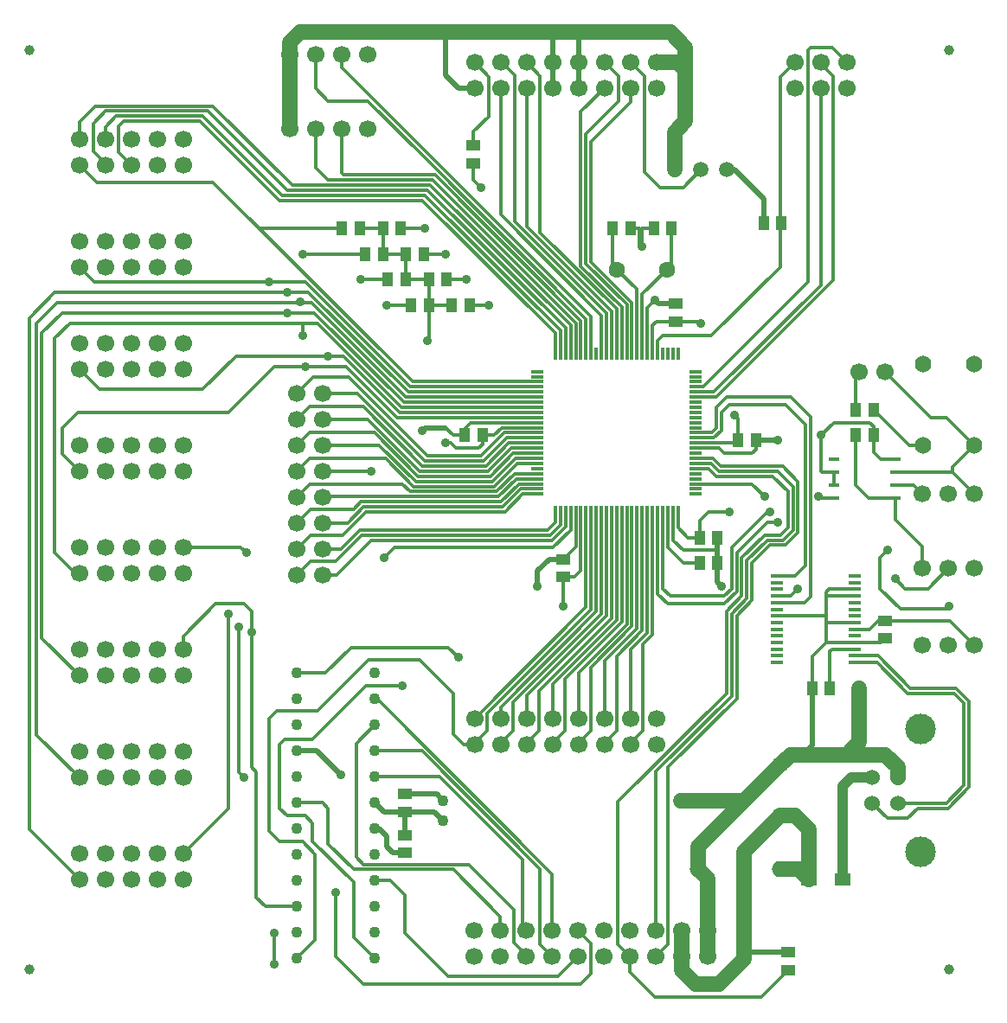
<source format=gtl>
%FSLAX25Y25*%
%MOIN*%
G70*
G01*
G75*
G04 Layer_Physical_Order=1*
G04 Layer_Color=255*
%ADD10R,0.04331X0.05512*%
%ADD11R,0.05512X0.04331*%
%ADD12R,0.05906X0.05000*%
%ADD13R,0.03937X0.01575*%
%ADD14R,0.04724X0.01181*%
%ADD15R,0.01181X0.04724*%
%ADD16R,0.04921X0.01181*%
%ADD17C,0.01181*%
%ADD18C,0.05906*%
%ADD19C,0.01969*%
%ADD20C,0.03937*%
%ADD21C,0.04331*%
%ADD22C,0.11811*%
%ADD23C,0.06000*%
%ADD24C,0.06693*%
%ADD25C,0.05906*%
%ADD26C,0.06299*%
%ADD27O,0.06299X0.06535*%
%ADD28O,0.06535X0.06299*%
%ADD29C,0.03937*%
%ADD30C,0.03543*%
D10*
X359744Y501968D02*
D03*
X352854D02*
D03*
X368602Y492126D02*
D03*
X361713D02*
D03*
X354823Y482283D02*
D03*
X361713D02*
D03*
X363681Y472441D02*
D03*
X370571D02*
D03*
X386319Y472441D02*
D03*
X379429D02*
D03*
X377461Y482283D02*
D03*
X370571D02*
D03*
X345965Y492126D02*
D03*
X352854D02*
D03*
X337106Y501968D02*
D03*
X343996D02*
D03*
X489665Y420276D02*
D03*
X496555D02*
D03*
X534941Y432087D02*
D03*
X541831D02*
D03*
X541831Y422244D02*
D03*
X534941D02*
D03*
X499508Y503937D02*
D03*
X506398D02*
D03*
X464075Y501968D02*
D03*
X457185D02*
D03*
X441437D02*
D03*
X448327D02*
D03*
X525098Y324803D02*
D03*
X518209D02*
D03*
X481791Y373031D02*
D03*
X474902D02*
D03*
X391240Y422244D02*
D03*
X384350D02*
D03*
X481791Y382874D02*
D03*
X474902D02*
D03*
D11*
X361221Y283957D02*
D03*
Y277067D02*
D03*
X361221Y268209D02*
D03*
Y261319D02*
D03*
X465551Y472933D02*
D03*
Y466043D02*
D03*
X387795Y527067D02*
D03*
Y533957D02*
D03*
X508858Y222933D02*
D03*
Y216043D02*
D03*
X422244Y367618D02*
D03*
Y374508D02*
D03*
X546260Y350886D02*
D03*
Y343996D02*
D03*
D12*
X517126Y250984D02*
D03*
X530118D02*
D03*
D13*
X550197Y413012D02*
D03*
Y403012D02*
D03*
Y408012D02*
D03*
Y398012D02*
D03*
X526575D02*
D03*
Y408012D02*
D03*
Y403012D02*
D03*
Y413012D02*
D03*
D14*
X473425Y399606D02*
D03*
Y401575D02*
D03*
Y403543D02*
D03*
Y405512D02*
D03*
Y407480D02*
D03*
Y409449D02*
D03*
Y411417D02*
D03*
Y413386D02*
D03*
Y415354D02*
D03*
Y417323D02*
D03*
Y419291D02*
D03*
Y421260D02*
D03*
Y423228D02*
D03*
Y425197D02*
D03*
Y427165D02*
D03*
Y429134D02*
D03*
Y431102D02*
D03*
Y433071D02*
D03*
Y435039D02*
D03*
Y437008D02*
D03*
Y438976D02*
D03*
Y440945D02*
D03*
Y442913D02*
D03*
Y444882D02*
D03*
Y446850D02*
D03*
X412402D02*
D03*
Y444882D02*
D03*
Y442913D02*
D03*
Y440945D02*
D03*
Y438976D02*
D03*
Y437008D02*
D03*
Y435039D02*
D03*
Y433071D02*
D03*
Y431102D02*
D03*
Y429134D02*
D03*
Y427165D02*
D03*
Y425197D02*
D03*
Y423228D02*
D03*
Y421260D02*
D03*
Y419291D02*
D03*
Y417323D02*
D03*
Y415354D02*
D03*
Y413386D02*
D03*
Y411417D02*
D03*
Y409449D02*
D03*
Y407480D02*
D03*
Y405512D02*
D03*
Y403543D02*
D03*
Y401575D02*
D03*
Y399606D02*
D03*
D15*
X466535Y453740D02*
D03*
X464567D02*
D03*
X462598D02*
D03*
X460630D02*
D03*
X458661D02*
D03*
X456693D02*
D03*
X454724D02*
D03*
X452756D02*
D03*
X450787D02*
D03*
X448819D02*
D03*
X446850D02*
D03*
X444882D02*
D03*
X442913D02*
D03*
X440945D02*
D03*
X438976D02*
D03*
X437008D02*
D03*
X435039D02*
D03*
X433071D02*
D03*
X431102D02*
D03*
X429134D02*
D03*
X427165D02*
D03*
X425197D02*
D03*
X423228D02*
D03*
X421260D02*
D03*
X419291D02*
D03*
Y392717D02*
D03*
X421260D02*
D03*
X423228D02*
D03*
X425197D02*
D03*
X427165D02*
D03*
X429134D02*
D03*
X431102D02*
D03*
X433071D02*
D03*
X435039D02*
D03*
X437008D02*
D03*
X438976D02*
D03*
X440945D02*
D03*
X442913D02*
D03*
X444882D02*
D03*
X446850D02*
D03*
X448819D02*
D03*
X450787D02*
D03*
X452756D02*
D03*
X454724D02*
D03*
X456693D02*
D03*
X458661D02*
D03*
X460630D02*
D03*
X462598D02*
D03*
X464567D02*
D03*
X466535D02*
D03*
D16*
X534744Y368012D02*
D03*
Y365453D02*
D03*
Y360335D02*
D03*
Y362894D02*
D03*
Y352658D02*
D03*
Y355217D02*
D03*
Y357776D02*
D03*
Y339862D02*
D03*
Y337303D02*
D03*
Y334744D02*
D03*
Y344980D02*
D03*
Y342421D02*
D03*
Y347539D02*
D03*
Y350098D02*
D03*
X504626D02*
D03*
Y347539D02*
D03*
Y342421D02*
D03*
Y344980D02*
D03*
Y334744D02*
D03*
Y337303D02*
D03*
Y339862D02*
D03*
Y357776D02*
D03*
Y355217D02*
D03*
Y352658D02*
D03*
Y362894D02*
D03*
Y360335D02*
D03*
Y365453D02*
D03*
Y368012D02*
D03*
D17*
X232283Y465551D02*
X321850D01*
X360728Y482283D02*
X369587D01*
X370079Y458661D02*
X370571Y459154D01*
Y482283D01*
X361713Y482283D02*
Y492126D01*
X352854Y492126D02*
Y501968D01*
X343996Y501968D02*
X352854D01*
X352854Y492126D02*
X361713D01*
X370571Y472441D02*
X379429D01*
X322835Y448819D02*
X338781D01*
X311024D02*
X322835D01*
X393701Y472441D02*
X393701Y472441D01*
X386319Y472441D02*
X393701D01*
X331693Y452756D02*
X337628D01*
X296260D02*
X331693D01*
X354331Y472441D02*
X354331Y472441D01*
X363681D01*
X321850Y465551D02*
X327616D01*
X321850Y460630D02*
Y465551D01*
X315945Y469488D02*
X326463D01*
X229331D02*
X315945D01*
X384842Y482283D02*
X384842Y482283D01*
X376476Y482283D02*
X384842D01*
X344488Y482283D02*
X344488Y482283D01*
X353839D01*
X327616Y465551D02*
X360096Y433071D01*
X226378Y459646D02*
X232283Y465551D01*
X326463Y469488D02*
X360912Y435039D01*
X221457Y461614D02*
X229331Y469488D01*
X227362Y473425D02*
X325310D01*
X219488Y465551D02*
X227362Y473425D01*
X325310D02*
X361727Y437008D01*
X376969Y492126D02*
X376969Y492126D01*
X368602Y492126D02*
X376969D01*
X315945Y477362D02*
X324157D01*
X226378D02*
X315945D01*
X321850Y492126D02*
X321850Y492126D01*
X345965D01*
X309055Y481299D02*
X323004D01*
X241732D02*
X309055D01*
X369094Y501968D02*
X369094Y501968D01*
X359744Y501968D02*
X369094D01*
X287402Y519685D02*
X364173Y442913D01*
X305118Y501968D02*
X337106D01*
X358466Y429134D02*
X412402D01*
X359281Y431102D02*
X412402D01*
X360096Y433071D02*
X412402D01*
X360912Y435039D02*
X412402D01*
X361727Y437008D02*
X412402D01*
X362543Y438976D02*
X412402D01*
X363358Y440945D02*
X412402D01*
X338781Y448819D02*
X358466Y429134D01*
X337628Y452756D02*
X359281Y431102D01*
X324157Y477362D02*
X362543Y438976D01*
X323004Y481299D02*
X363358Y440945D01*
X364173Y442913D02*
X412402D01*
X242717Y519685D02*
X287402D01*
X371063Y518701D02*
X425197Y464567D01*
X317913Y518701D02*
X371063D01*
X370079Y516732D02*
X423228Y463583D01*
X315945Y516732D02*
X370079D01*
X369094Y514764D02*
X421260Y462598D01*
X313976Y514764D02*
X369094D01*
X417323Y463583D02*
Y463583D01*
X368110Y512795D02*
X417323Y463583D01*
X312992Y512795D02*
X368110D01*
X372047Y520669D02*
X427165Y465551D01*
X372863Y522638D02*
X429134Y466366D01*
X367969Y530315D02*
X431102Y467182D01*
X336929Y564139D02*
X433071Y467997D01*
X421260Y453740D02*
Y462598D01*
X423228Y453740D02*
Y463583D01*
X425197Y453740D02*
Y464567D01*
X427165Y453740D02*
Y465551D01*
X429134Y453740D02*
Y466366D01*
X431102Y453740D02*
Y467182D01*
X433071Y453740D02*
Y467997D01*
X359730Y522638D02*
X372863D01*
X359730Y522638D02*
X359730Y522638D01*
X337598Y522638D02*
X359730D01*
X360545Y520669D02*
X372047D01*
X360545Y520669D02*
X360545Y520669D01*
X336929Y523307D02*
X337598Y522638D01*
X331693Y520669D02*
X360545D01*
X326929Y525433D02*
X331693Y520669D01*
X287402Y549213D02*
X317913Y518701D01*
X285433Y547244D02*
X315945Y516732D01*
X283465Y545276D02*
X313976Y514764D01*
X282480Y543307D02*
X312992Y512795D01*
X509941Y360335D02*
X512795Y363189D01*
X504626Y360335D02*
X509941D01*
X387795Y520669D02*
X390748Y517717D01*
X387795Y520669D02*
Y527067D01*
X448228Y566024D02*
X453504Y560748D01*
Y554067D02*
Y560748D01*
Y554067D02*
X453588Y553982D01*
Y523774D02*
Y553982D01*
Y523774D02*
X459646Y517717D01*
X468504D01*
X475394Y524606D01*
X387795Y533957D02*
Y539370D01*
X393504Y545079D01*
Y557980D01*
X393701Y558177D01*
Y560551D01*
X388228Y566024D02*
X393701Y560551D01*
X342520Y259842D02*
X345472Y256890D01*
X342520Y303465D02*
X349646Y310591D01*
X342520Y259842D02*
Y303465D01*
X346457Y325787D02*
X360236D01*
X325787Y305118D02*
X346457Y325787D01*
X379921Y307087D02*
X383937Y303071D01*
X327756Y315945D02*
X347441Y335630D01*
X379921Y307087D02*
Y322835D01*
X367126Y335630D02*
X379921Y322835D01*
X347441Y335630D02*
X367126D01*
X319646Y330591D02*
X330591D01*
X377953Y340551D02*
X381890Y336614D01*
X340551Y340551D02*
X377953D01*
X330591Y330591D02*
X340551Y340551D01*
X314961Y305118D02*
X325787D01*
X312992Y303150D02*
X314961Y305118D01*
X312992Y278543D02*
Y303150D01*
Y278543D02*
X315945Y275590D01*
X322835D01*
X312008Y315945D02*
X327756D01*
X312992Y265748D02*
X321850D01*
X309055Y312992D02*
X312008Y315945D01*
X309055Y269685D02*
Y312992D01*
Y269685D02*
X312992Y265748D01*
X325787D02*
X341535Y250000D01*
X322835Y275590D02*
X325787Y272638D01*
Y265748D02*
Y272638D01*
X331693Y264764D02*
X341535Y254921D01*
X331693Y264764D02*
Y278543D01*
X329646Y280591D02*
X331693Y278543D01*
X319646Y280591D02*
X329646D01*
X341535Y228701D02*
Y250000D01*
Y228701D02*
X349646Y220590D01*
X383937Y303071D02*
X388228D01*
X321850Y265748D02*
X326772Y260827D01*
Y227716D02*
Y260827D01*
X319646Y220590D02*
X326772Y227716D01*
X498524Y205709D02*
X508858Y216043D01*
X457677Y205709D02*
X498524D01*
X448071Y215315D02*
X457677Y205709D01*
X448071Y215315D02*
Y221378D01*
X443347Y280945D02*
X485236Y322835D01*
X443347Y226102D02*
Y280945D01*
Y226102D02*
X448071Y221378D01*
X329803Y408543D02*
X329882Y408465D01*
X348425D01*
X353346Y375000D02*
X357283Y378937D01*
X418307D01*
X425197Y385827D01*
Y392717D01*
X418138Y381890D02*
X423228Y386980D01*
X329803Y368543D02*
X335079D01*
X348425Y381890D01*
X418138D01*
X325079Y373819D02*
X334674D01*
X417323Y383858D02*
X421260Y387795D01*
X319803Y368543D02*
X325079Y373819D01*
X334674D02*
X344713Y383858D01*
X417323D01*
X329803Y378543D02*
X336614D01*
X343898Y385827D01*
X416339D01*
X419291Y388780D01*
Y392717D01*
X506890Y410433D02*
X512795Y404528D01*
X483099Y410433D02*
X506890D01*
X480146Y413386D02*
X483099Y410433D01*
X473425Y413386D02*
X480146D01*
X487205Y408465D02*
X504921D01*
X473425Y411417D02*
X479331D01*
X482283Y408465D02*
X487205D01*
X487205Y408465D01*
X479331Y411417D02*
X482283Y408465D01*
X481299Y406496D02*
X502953D01*
X473425Y409449D02*
X478346D01*
X481299Y406496D01*
X504921Y408465D02*
X510827Y402559D01*
X502953Y406496D02*
X508858Y400591D01*
X512795Y384842D02*
Y404528D01*
X507874Y379921D02*
X512795Y384842D01*
X501968Y379921D02*
X507874D01*
X500984Y381890D02*
X506890D01*
X510827Y385827D01*
Y402559D01*
X508858Y386811D02*
Y400591D01*
X507874Y434055D02*
X515551Y426378D01*
X504626Y368012D02*
X511516D01*
X515551Y372047D02*
Y426378D01*
X511516Y368012D02*
X515551Y372047D01*
X517520Y360039D02*
Y429331D01*
X485236Y437008D02*
X509842D01*
X517520Y429331D01*
X504626Y357776D02*
X515256D01*
X517520Y360039D01*
X495079Y373031D02*
X501968Y379921D01*
X495079Y358606D02*
Y373031D01*
X489173Y352700D02*
X495079Y358606D01*
X489173Y320866D02*
Y352700D01*
X462795Y226102D02*
Y294488D01*
X489173Y320866D01*
X487205Y321850D02*
Y353515D01*
X458071Y231378D02*
Y292717D01*
X487205Y321850D01*
X485236Y322835D02*
Y354331D01*
X458071Y221378D02*
X462795Y226102D01*
X493110Y374016D02*
X500984Y381890D01*
X493110Y359421D02*
Y374016D01*
X487205Y353515D02*
X493110Y359421D01*
X485236Y354331D02*
X491142Y360236D01*
X505905Y383858D02*
X508858Y386811D01*
X500000Y383858D02*
X505905D01*
X491142Y375000D02*
X500000Y383858D01*
X491142Y360236D02*
Y375000D01*
X484252Y357283D02*
X489173Y362205D01*
X504919Y388779D02*
X504920Y388779D01*
X500984Y388779D02*
X504919D01*
X489173Y376969D02*
X500984Y388779D01*
X489173Y362205D02*
Y376969D01*
X500984Y392717D02*
X501968D01*
X487205Y378937D02*
X500984Y392717D01*
X487205Y363189D02*
Y378937D01*
X462598Y357283D02*
X484252D01*
X463583Y360236D02*
X484252D01*
X487205Y363189D01*
X521279Y398012D02*
X526575D01*
X520669Y398622D02*
X521279Y398012D01*
X458661Y361221D02*
Y392717D01*
Y361221D02*
X462598Y357283D01*
X460630Y363189D02*
Y392717D01*
X569882Y355315D02*
X570866Y356299D01*
X552165Y355315D02*
X569882D01*
X544291Y363189D02*
X552165Y355315D01*
X544291Y363189D02*
Y375000D01*
X547244Y377953D01*
X460630Y363189D02*
X463583Y360236D01*
X562835Y363189D02*
X570709Y371063D01*
X554134Y363189D02*
X562835D01*
X550197Y367126D02*
X554134Y363189D01*
X560709Y371063D02*
Y379252D01*
X550197Y389764D02*
X560709Y379252D01*
X550197Y389764D02*
Y398012D01*
X521654Y408465D02*
Y422244D01*
Y408465D02*
X522106Y408012D01*
X526575D01*
Y403012D02*
Y408012D01*
X541831Y422244D02*
Y425689D01*
X540354Y427165D02*
X541831Y425689D01*
X526575Y427165D02*
X540354D01*
X521654Y422244D02*
X526575Y427165D01*
X495079Y403543D02*
X500000Y398622D01*
X473425Y403543D02*
X495079D01*
X555610Y418307D02*
X561024D01*
X541831Y432087D02*
X555610Y418307D01*
X534941Y432087D02*
Y445453D01*
X536339Y446850D01*
X569882Y429134D02*
X580709Y418307D01*
X564055Y429134D02*
X569882D01*
X546339Y446850D02*
X564055Y429134D01*
X572303Y409902D02*
X580709Y418307D01*
X572303Y408012D02*
Y409902D01*
X544665Y413012D02*
X550197D01*
X541831Y415846D02*
X544665Y413012D01*
X541831Y415846D02*
Y422244D01*
X539980Y398012D02*
X550197D01*
X534941Y403051D02*
X539980Y398012D01*
X534941Y403051D02*
Y422244D01*
X572303Y408012D02*
X580709Y399606D01*
X550197Y408012D02*
X572303D01*
X550197Y403012D02*
X557303D01*
X560709Y399606D01*
X451772Y495079D02*
Y501968D01*
X505905Y487205D02*
Y560276D01*
X479331Y460630D02*
X505905Y487205D01*
Y560276D02*
X511654Y566024D01*
X460630Y460630D02*
X479331D01*
X458661Y458661D02*
X460630Y460630D01*
X458661Y453740D02*
Y458661D01*
X525827Y571850D02*
X531653Y566024D01*
X517717Y571850D02*
X525827D01*
X516732Y570866D02*
X517717Y571850D01*
X516732Y481319D02*
Y570866D01*
X476358Y440945D02*
X516732Y481319D01*
X473425Y440945D02*
X476358D01*
X521654Y480146D02*
Y556024D01*
X480484Y438976D02*
X521654Y480146D01*
X473425Y438976D02*
X480484D01*
X481299Y437008D02*
X526378Y482087D01*
X521654Y565472D02*
Y566024D01*
X526378Y482087D02*
Y560748D01*
X521654Y565472D02*
X526378Y560748D01*
X473425Y437008D02*
X481299D01*
X571358Y350886D02*
X580709Y341535D01*
X546260Y350886D02*
X571358D01*
X523819Y350098D02*
X534744D01*
X523524Y350394D02*
Y352362D01*
Y350394D02*
X523819Y350098D01*
X523524Y342421D02*
Y350394D01*
Y352362D02*
Y360236D01*
X504626Y352658D02*
X523228D01*
X523524Y352362D01*
X523622Y360335D02*
X534744D01*
X523524Y360236D02*
Y361811D01*
Y360236D02*
X523622Y360335D01*
X524606Y362894D02*
X534744D01*
X523524Y361811D02*
X524606Y362894D01*
X543799Y350886D02*
X546260D01*
X540453Y347539D02*
X543799Y350886D01*
X534744Y347539D02*
X540453D01*
X544685Y342421D02*
X546260Y343996D01*
X534744Y342421D02*
X544685D01*
X523524D02*
X534744D01*
X518209Y337106D02*
X523524Y342421D01*
X518209Y324803D02*
Y337106D01*
X525886Y339862D02*
X534744D01*
X525098Y339075D02*
X525886Y339862D01*
X525098Y324803D02*
Y339075D01*
X481299Y433071D02*
X485236Y437008D01*
X481299Y425028D02*
Y433071D01*
X479500Y423228D02*
X481299Y425028D01*
X473425Y423228D02*
X479500D01*
X486221Y434055D02*
X507874D01*
X483268Y431102D02*
X486221Y434055D01*
X483268Y424213D02*
Y431102D01*
X480315Y421260D02*
X483268Y424213D01*
X473425Y421260D02*
X480315D01*
X541339Y280512D02*
X547244Y274606D01*
X555118D01*
X559055Y278543D01*
X570697D01*
X578740Y286586D01*
Y319713D01*
X573650Y324803D02*
X578740Y319713D01*
X556102Y324803D02*
X573650D01*
X543602Y337303D02*
X556102Y324803D01*
X534744Y337303D02*
X543602D01*
X534744Y334744D02*
X543209D01*
X555118Y322835D01*
X572835D01*
X576772Y318898D01*
Y287402D02*
Y318898D01*
X569882Y280512D02*
X576772Y287402D01*
X551181Y280512D02*
X569882D01*
X341535Y254921D02*
X379921D01*
X398071Y231378D02*
Y236772D01*
X379921Y254921D02*
X398071Y236772D01*
X403346Y226654D02*
X408071Y221929D01*
X403346Y226654D02*
Y239370D01*
X345472Y256890D02*
X385827D01*
X408071Y221378D02*
Y221929D01*
X385827Y256890D02*
X403346Y239370D01*
X336929Y564139D02*
Y568898D01*
X326929Y555945D02*
Y568898D01*
Y555945D02*
X331693Y551181D01*
X346969D01*
X367835Y530315D01*
X367969D01*
X336929Y523307D02*
Y540354D01*
X326929Y525433D02*
Y540354D01*
X448819Y453740D02*
Y473396D01*
X433071Y489144D02*
X448819Y473396D01*
X433071Y489144D02*
Y535433D01*
X448228Y550591D01*
Y556024D01*
X438228Y566024D02*
X443504Y560748D01*
Y554067D02*
Y560748D01*
Y554067D02*
X443667Y553903D01*
Y550951D02*
Y553903D01*
X431102Y538386D02*
X443667Y550951D01*
X431102Y488329D02*
Y538386D01*
Y488329D02*
X446850Y472581D01*
Y453740D02*
Y472581D01*
X429134Y546929D02*
X438228Y556024D01*
X429134Y487513D02*
Y546929D01*
Y487513D02*
X444882Y471765D01*
Y453740D02*
Y471765D01*
X408228Y566024D02*
X413386Y560866D01*
Y500478D02*
Y560866D01*
Y500478D02*
X442913Y470950D01*
Y453740D02*
Y470950D01*
X408228Y502851D02*
Y556024D01*
Y502851D02*
X440945Y470135D01*
Y453740D02*
Y470135D01*
X403504Y504792D02*
Y561063D01*
X398543Y566024D02*
X403504Y561063D01*
X398228Y566024D02*
X398543D01*
X403504Y504792D02*
X438976Y469319D01*
Y453740D02*
Y469319D01*
X398228Y507283D02*
Y556024D01*
Y507283D02*
X437008Y468504D01*
Y453740D02*
Y468504D01*
X474902Y466043D02*
X475394Y465551D01*
X465551Y466043D02*
X474902D01*
X456693Y453740D02*
Y457677D01*
X456693Y457677D01*
Y464567D01*
X458169Y466043D01*
X465551D01*
X452756Y501968D02*
X457185D01*
X452756Y495079D02*
Y501968D01*
X448327D02*
X451772D01*
X454724Y471457D02*
X457677Y474409D01*
X454724Y453740D02*
Y471457D01*
X464075Y487933D02*
Y501968D01*
X462362Y486221D02*
X464075Y487933D01*
X441437Y487933D02*
X443150Y486221D01*
X441437Y487933D02*
Y501968D01*
X452756Y476614D02*
X462362Y486221D01*
X452756Y453740D02*
Y476614D01*
X450787Y453740D02*
Y478583D01*
X443150Y486221D02*
X450787Y478583D01*
X422244Y356299D02*
Y367618D01*
X478346Y392717D02*
X486221D01*
X474902Y389272D02*
X478346Y392717D01*
X474902Y382874D02*
Y389272D01*
X488189Y430118D02*
X489665Y428642D01*
Y420276D02*
Y428642D01*
X496555Y416831D02*
Y420276D01*
X495079Y415354D02*
X496555Y416831D01*
X484252Y415354D02*
X495079D01*
X482283Y417323D02*
X484252Y415354D01*
X473425Y417323D02*
X482283D01*
X488681Y419291D02*
X489665Y420276D01*
X473425Y419291D02*
X488681D01*
X468504Y377953D02*
X481791D01*
X464567Y381890D02*
X468504Y377953D01*
X464567Y381890D02*
Y392717D01*
X466535Y386811D02*
Y392717D01*
Y386811D02*
X470472Y382874D01*
X474902D01*
X462598Y378937D02*
Y392717D01*
Y378937D02*
X468504Y373031D01*
X474902D01*
X448228Y303071D02*
Y303622D01*
X452953Y308347D01*
Y341605D01*
X456693Y345345D01*
Y392717D01*
X448228Y313071D02*
Y339664D01*
X454724Y346161D01*
Y392717D01*
X438228Y303071D02*
Y303622D01*
X442953Y308347D01*
Y337173D01*
X452756Y346976D01*
Y392717D01*
X438228Y313071D02*
Y335232D01*
X450787Y347791D01*
Y392717D01*
X428228Y303071D02*
Y303622D01*
X432953Y308347D01*
Y332740D01*
X448819Y348607D01*
Y392717D01*
X428228Y313071D02*
Y330800D01*
X446850Y349422D01*
Y392717D01*
X418228Y303071D02*
Y303622D01*
X422953Y308347D01*
Y328308D01*
X444882Y350237D01*
Y392717D01*
X418228Y313071D02*
Y326368D01*
X442913Y351053D01*
Y392717D01*
X408228Y303071D02*
Y303622D01*
X412953Y308347D01*
Y323876D01*
X440945Y351868D01*
Y392717D01*
X408228Y313071D02*
Y321935D01*
X438976Y352683D01*
Y392717D01*
X398228Y303071D02*
Y303622D01*
X402953Y308347D01*
Y319444D01*
X437008Y353499D01*
Y392717D01*
X398228Y313071D02*
Y317503D01*
X435039Y354314D01*
Y392717D01*
X388228Y303071D02*
Y303622D01*
X392953Y308347D01*
Y315011D01*
X433071Y355130D01*
Y392717D01*
X431102Y355945D02*
Y392717D01*
X388228Y313071D02*
X431102Y355945D01*
X427165Y379429D02*
Y392717D01*
X422244Y374508D02*
X427165Y379429D01*
X429134Y370079D02*
Y392717D01*
X422244Y367618D02*
X426673D01*
X429134Y370079D01*
X427165Y392717D02*
X427165Y392717D01*
X311024Y218504D02*
Y230315D01*
X334646Y221457D02*
Y246063D01*
Y221457D02*
X345472Y210630D01*
X429134D01*
X433071Y214567D01*
Y226378D01*
X428071Y231378D02*
X433071Y226378D01*
X377953Y213583D02*
X420276D01*
X349646Y250590D02*
X355709D01*
X361221Y245079D01*
Y230315D02*
Y245079D01*
Y230315D02*
X377953Y213583D01*
X420276D02*
X428071Y221378D01*
X413346Y226102D02*
Y255130D01*
X367885Y300590D02*
X413346Y255130D01*
X418071Y231378D02*
Y253189D01*
X350669Y320590D02*
X418071Y253189D01*
X413346Y226102D02*
X418071Y221378D01*
X406496Y232953D02*
Y258858D01*
Y232953D02*
X408071Y231378D01*
X374764Y290591D02*
X406496Y258858D01*
X349646Y290591D02*
X374764D01*
X349646Y300590D02*
X367885D01*
X349646Y320590D02*
X350669D01*
X293307Y278307D02*
Y353346D01*
X275905Y260906D02*
X293307Y278307D01*
X297244Y292323D02*
Y348425D01*
Y292323D02*
X299213Y290354D01*
X302165Y294291D02*
Y346457D01*
Y294291D02*
X304134Y292323D01*
Y244094D02*
Y292323D01*
Y244094D02*
X307638Y240591D01*
X319646D01*
X275905Y339646D02*
Y344803D01*
X288386Y357283D01*
X299213D01*
X302165Y354331D01*
Y346457D02*
Y354331D01*
X275905Y379016D02*
X298150D01*
X300197Y376969D01*
X235906Y526496D02*
X242717Y519685D01*
X235906Y487126D02*
X241732Y481299D01*
X235906Y447756D02*
X243701Y439961D01*
X234331Y369016D02*
X235906D01*
X226378Y376969D02*
X234331Y369016D01*
X283465Y439961D02*
X296260Y452756D01*
X243701Y439961D02*
X283465D01*
X229331Y414961D02*
X235906Y408386D01*
X229331Y414961D02*
Y425197D01*
X235236Y431102D01*
X293307D01*
X216535Y270276D02*
X235906Y250905D01*
X216535Y270276D02*
Y467520D01*
X226378Y477362D01*
X219488Y306693D02*
X235906Y290276D01*
X219488Y306693D02*
Y465551D01*
X221457Y344094D02*
X235906Y329646D01*
X221457Y344094D02*
Y461614D01*
X226378Y376969D02*
Y459646D01*
X293307Y431102D02*
X311024Y448819D01*
X242126Y549213D02*
X287402D01*
X235906Y542992D02*
X242126Y549213D01*
X235906Y536496D02*
Y542992D01*
X246063Y547244D02*
X285433D01*
X241181Y531772D02*
X245905Y527047D01*
X241181Y542362D02*
X246063Y547244D01*
X241181Y531772D02*
Y542362D01*
X245905Y526496D02*
Y527047D01*
Y536496D02*
Y541181D01*
X250000Y545276D01*
X283465D01*
X419291Y453740D02*
Y461614D01*
X417323Y463583D02*
X419291Y461614D01*
X252953Y543307D02*
X282480D01*
X250984Y541339D02*
X252953Y543307D01*
X250984Y531417D02*
Y541339D01*
Y531417D02*
X255906Y526496D01*
X384350Y422244D02*
Y424705D01*
X386811Y427165D01*
X391240Y422244D02*
X395669D01*
X398622Y425197D01*
X412402D01*
X379921Y422244D02*
X384350D01*
X376969Y425197D02*
X379921Y422244D01*
X391240Y418799D02*
Y422244D01*
X389764Y417323D02*
X391240Y418799D01*
X380906Y417323D02*
X389764D01*
X378938Y419290D02*
X380906Y417323D01*
X376968Y419290D02*
X378938D01*
X386811Y427165D02*
X412402D01*
X399606Y423228D02*
X412402D01*
X390748Y414370D02*
X399606Y423228D01*
X370079Y414370D02*
X390748D01*
X400591Y421260D02*
X412402D01*
X391732Y412402D02*
X400591Y421260D01*
X369094Y412402D02*
X391732D01*
X401406Y419291D02*
X412402D01*
X392548Y410433D02*
X401406Y419291D01*
X368110Y410433D02*
X392548D01*
X402221Y417323D02*
X412402D01*
X393363Y408465D02*
X402221Y417323D01*
X367126Y408465D02*
X393363D01*
X403037Y415354D02*
X412402D01*
X394178Y406496D02*
X403037Y415354D01*
X386811Y406496D02*
X394178D01*
X386811Y406496D02*
X386811Y406496D01*
X403852Y413386D02*
X412402D01*
X394994Y404528D02*
X403852Y413386D01*
X365495Y404528D02*
X394994D01*
X404667Y411417D02*
X412402D01*
X395809Y402559D02*
X404667Y411417D01*
X364680Y402559D02*
X395809D01*
X403543Y407480D02*
X412402D01*
X396654Y400591D02*
X403543Y407480D01*
X363189Y400591D02*
X396654D01*
X404359Y405512D02*
X412402D01*
X397469Y398622D02*
X404359Y405512D01*
X329882Y398622D02*
X397469D01*
X405174Y403543D02*
X412402D01*
X398284Y396654D02*
X405174Y403543D01*
X386811Y396654D02*
X398284D01*
X386811Y396654D02*
X386811Y396654D01*
X405990Y401575D02*
X412402D01*
X399100Y394685D02*
X405990Y401575D01*
X345472Y394685D02*
X399100D01*
X406805Y399606D02*
X412402D01*
X399915Y392717D02*
X406805Y399606D01*
X346288Y392717D02*
X399915D01*
X339567Y444882D02*
X370079Y414370D01*
X326142Y444882D02*
X339567D01*
X319803Y438543D02*
X326142Y444882D01*
X342953Y438543D02*
X369094Y412402D01*
X329803Y438543D02*
X342953D01*
X345276Y433268D02*
X368110Y410433D01*
X324528Y433268D02*
X345276D01*
X319803Y428543D02*
X324528Y433268D01*
X347047Y428543D02*
X367126Y408465D01*
X329803Y428543D02*
X347047D01*
X366311Y406496D02*
X386811D01*
X349539Y423268D02*
X366311Y406496D01*
X324528Y423268D02*
X349539D01*
X319803Y418543D02*
X324528Y423268D01*
X351480Y418543D02*
X365495Y404528D01*
X329803Y418543D02*
X351480D01*
X353853Y413386D02*
X364680Y402559D01*
X324646Y413386D02*
X353853D01*
X319803Y408543D02*
X324646Y413386D01*
X360236Y403543D02*
X363189Y400591D01*
X324803Y403543D02*
X360236D01*
X319803Y398543D02*
X324803Y403543D01*
X329803Y398543D02*
X329882Y398622D01*
X344488Y396654D02*
X386811D01*
X341535Y393701D02*
X344488Y396654D01*
X324961Y393701D02*
X341535D01*
X319803Y388543D02*
X324961Y393701D01*
X339331Y388543D02*
X345472Y394685D01*
X329803Y388543D02*
X339331D01*
X337390Y383819D02*
X346288Y392717D01*
X319803Y378543D02*
X325079Y383819D01*
X337390D01*
X421260Y387795D02*
Y392717D01*
X423228Y386980D02*
Y392717D01*
D18*
X376969Y577756D02*
X418307D01*
X320866D02*
X376969D01*
X429134D02*
X463583D01*
X418307D02*
X429134D01*
X469488Y562992D02*
Y571850D01*
Y543307D02*
Y562992D01*
X316929Y568898D02*
Y573819D01*
Y540354D02*
Y568898D01*
Y573819D02*
X320866Y577756D01*
X463583D02*
X469488Y571850D01*
X492126Y220472D02*
Y223425D01*
Y261811D01*
X482283Y210630D02*
X492126Y220472D01*
X478071Y231378D02*
Y251260D01*
Y221378D02*
Y231378D01*
X474409Y254921D02*
X478071Y251260D01*
X492126Y261811D02*
X505905Y275590D01*
X473425Y210630D02*
X482283D01*
X468071Y215984D02*
X473425Y210630D01*
X468071Y215984D02*
Y221378D01*
Y231378D01*
X458228Y566024D02*
X458307Y565945D01*
X466535D01*
X469488Y562992D01*
X465394Y539213D02*
X469488Y543307D01*
X465394Y524606D02*
Y539213D01*
X531496Y299213D02*
X546260D01*
X514764D02*
X531496D01*
X536417Y304134D02*
Y324803D01*
X531496Y299213D02*
X536417Y304134D01*
X509842Y299213D02*
X514764D01*
X492126Y281496D02*
X505905Y295276D01*
X474409Y263779D02*
X492126Y281496D01*
X467520D02*
X492126D01*
X505905Y295276D02*
X509842Y299213D01*
X546260D02*
X551181Y294291D01*
Y290354D02*
Y294291D01*
X474409Y254921D02*
Y263779D01*
X513189Y254921D02*
X517126Y250984D01*
X505905Y254921D02*
X513189D01*
X505905Y275590D02*
X511811D01*
X517126Y270276D01*
Y250984D02*
Y270276D01*
D19*
X376969Y561024D02*
Y577756D01*
Y561024D02*
X381968Y556024D01*
X388228D01*
X428228Y566024D02*
Y576850D01*
Y556024D02*
Y566024D01*
Y576850D02*
X429134Y577756D01*
X418228Y566024D02*
Y577677D01*
Y556024D02*
Y566024D01*
Y577677D02*
X418307Y577756D01*
X319646Y300590D02*
X327362D01*
X336614Y291339D01*
X492126Y223425D02*
X492618Y222933D01*
X508858D01*
X485394Y524606D02*
X488189D01*
X499508Y513287D01*
Y503937D02*
Y513287D01*
X457677Y474409D02*
X459154Y472933D01*
X465551D01*
X518209Y302658D02*
Y324803D01*
X514764Y299213D02*
X518209Y302658D01*
X416831Y374508D02*
X422244D01*
X412402Y370079D02*
X416831Y374508D01*
X412402Y364173D02*
Y370079D01*
X369094Y425197D02*
X376969D01*
X368110Y424213D02*
X369094Y425197D01*
X496555Y420276D02*
X504921D01*
X481791Y377953D02*
Y382874D01*
Y373031D02*
Y377953D01*
Y365650D02*
Y373031D01*
Y365650D02*
X483268Y364173D01*
X361221Y277067D02*
X361221Y277067D01*
X361221Y268209D02*
Y277067D01*
X356791Y261319D02*
X361221D01*
X354331Y263779D02*
X356791Y261319D01*
X354331Y263779D02*
Y267717D01*
X351457Y270590D02*
X354331Y267717D01*
X349646Y270590D02*
X351457D01*
X361221Y283957D02*
X373524D01*
X375984Y281496D01*
X372539Y277067D02*
X375984Y273622D01*
X361221Y277067D02*
X372539D01*
X353169D02*
X361221D01*
X349646Y280591D02*
X353169Y277067D01*
D20*
X533465Y290354D02*
X541339D01*
X530118Y287008D02*
X533465Y290354D01*
X530118Y250984D02*
Y287008D01*
D21*
X375984Y273622D02*
D03*
Y281496D02*
D03*
X319646Y330591D02*
D03*
Y320590D02*
D03*
Y310591D02*
D03*
Y300590D02*
D03*
Y290591D02*
D03*
Y280591D02*
D03*
Y270590D02*
D03*
Y260591D02*
D03*
Y250590D02*
D03*
Y240591D02*
D03*
Y230591D02*
D03*
Y220590D02*
D03*
X349646D02*
D03*
Y230591D02*
D03*
Y240591D02*
D03*
Y250590D02*
D03*
Y260591D02*
D03*
Y270590D02*
D03*
Y280591D02*
D03*
Y290591D02*
D03*
Y300590D02*
D03*
Y310591D02*
D03*
Y320590D02*
D03*
Y330591D02*
D03*
D22*
X559882Y309134D02*
D03*
Y261732D02*
D03*
D23*
X551181Y290354D02*
D03*
X541339D02*
D03*
Y280512D02*
D03*
X551181D02*
D03*
D24*
X580709Y341535D02*
D03*
X570709D02*
D03*
X560709D02*
D03*
X580709Y371063D02*
D03*
X570709D02*
D03*
X560709D02*
D03*
X580709Y399606D02*
D03*
X570709D02*
D03*
X560709D02*
D03*
X546339Y446850D02*
D03*
X536339D02*
D03*
X531653Y556024D02*
D03*
X521654D02*
D03*
X511654D02*
D03*
Y566024D02*
D03*
X521654D02*
D03*
X531653D02*
D03*
X458228D02*
D03*
X448228D02*
D03*
X438228D02*
D03*
X428228D02*
D03*
X418228D02*
D03*
Y556024D02*
D03*
X428228D02*
D03*
X438228D02*
D03*
X448228D02*
D03*
X458228D02*
D03*
X408228D02*
D03*
X398228D02*
D03*
X388228D02*
D03*
Y566024D02*
D03*
X398228D02*
D03*
X408228D02*
D03*
X346929Y568898D02*
D03*
X336929D02*
D03*
X326929D02*
D03*
X316929D02*
D03*
X346929Y540354D02*
D03*
X336929D02*
D03*
X326929D02*
D03*
X316929D02*
D03*
X275905Y250905D02*
D03*
X265905D02*
D03*
X255906D02*
D03*
X245905D02*
D03*
X235906D02*
D03*
Y260906D02*
D03*
X245905D02*
D03*
X255906D02*
D03*
X265905D02*
D03*
X275905D02*
D03*
Y290276D02*
D03*
X265905D02*
D03*
X255906D02*
D03*
X245905D02*
D03*
X235906D02*
D03*
Y300276D02*
D03*
X245905D02*
D03*
X255906D02*
D03*
X265905D02*
D03*
X275905D02*
D03*
Y329646D02*
D03*
X265905D02*
D03*
X255906D02*
D03*
X245905D02*
D03*
X235906D02*
D03*
Y339646D02*
D03*
X245905D02*
D03*
X255906D02*
D03*
X265905D02*
D03*
X275905D02*
D03*
Y369016D02*
D03*
X265905D02*
D03*
X255906D02*
D03*
X245905D02*
D03*
X235906D02*
D03*
Y379016D02*
D03*
X245905D02*
D03*
X255906D02*
D03*
X265905D02*
D03*
X275905D02*
D03*
Y408386D02*
D03*
X265905D02*
D03*
X255906D02*
D03*
X245905D02*
D03*
X235906D02*
D03*
Y418386D02*
D03*
X245905D02*
D03*
X255906D02*
D03*
X265905D02*
D03*
X275905D02*
D03*
Y447756D02*
D03*
X265905D02*
D03*
X255906D02*
D03*
X245905D02*
D03*
X235906D02*
D03*
Y457756D02*
D03*
X245905D02*
D03*
X255906D02*
D03*
X265905D02*
D03*
X275905D02*
D03*
Y487126D02*
D03*
X265905D02*
D03*
X255906D02*
D03*
X245905D02*
D03*
X235906D02*
D03*
Y497126D02*
D03*
X245905D02*
D03*
X255906D02*
D03*
X265905D02*
D03*
X275905D02*
D03*
Y526496D02*
D03*
X265905D02*
D03*
X255906D02*
D03*
X245905D02*
D03*
X235906D02*
D03*
Y536496D02*
D03*
X245905D02*
D03*
X255906D02*
D03*
X265905D02*
D03*
X275905D02*
D03*
X478071Y231378D02*
D03*
X468071D02*
D03*
X458071D02*
D03*
X448071D02*
D03*
X438071D02*
D03*
Y221378D02*
D03*
X448071D02*
D03*
X458071D02*
D03*
X468071D02*
D03*
X478071D02*
D03*
X428071D02*
D03*
X418071D02*
D03*
X408071D02*
D03*
X398071D02*
D03*
X388071D02*
D03*
Y231378D02*
D03*
X398071D02*
D03*
X408071D02*
D03*
X418071D02*
D03*
X428071D02*
D03*
X319803Y438543D02*
D03*
Y428543D02*
D03*
Y418543D02*
D03*
Y408543D02*
D03*
Y398543D02*
D03*
X329803D02*
D03*
Y408543D02*
D03*
Y418543D02*
D03*
Y428543D02*
D03*
Y438543D02*
D03*
Y388543D02*
D03*
Y378543D02*
D03*
Y368543D02*
D03*
X319803D02*
D03*
Y378543D02*
D03*
Y388543D02*
D03*
X458228Y313071D02*
D03*
X448228D02*
D03*
X438228D02*
D03*
X428228D02*
D03*
X418228D02*
D03*
Y303071D02*
D03*
X428228D02*
D03*
X438228D02*
D03*
X448228D02*
D03*
X458228D02*
D03*
X408228D02*
D03*
X398228D02*
D03*
X388228D02*
D03*
Y313071D02*
D03*
X398228D02*
D03*
X408228D02*
D03*
D25*
X485394Y524606D02*
D03*
X475394D02*
D03*
X465394D02*
D03*
D26*
X462362Y486221D02*
D03*
X443150D02*
D03*
X505905Y295276D02*
D03*
Y275590D02*
D03*
D27*
X561024Y418307D02*
D03*
Y449803D02*
D03*
X580709Y418307D02*
D03*
Y449803D02*
D03*
D28*
X505905Y254921D02*
D03*
X474409D02*
D03*
D29*
X216535Y216535D02*
D03*
Y570866D02*
D03*
X570866D02*
D03*
Y216535D02*
D03*
D30*
X370079Y458661D02*
D03*
X322835Y448819D02*
D03*
X393701Y472441D02*
D03*
X331693Y452756D02*
D03*
X354331Y472441D02*
D03*
X321850Y460630D02*
D03*
X315945Y469488D02*
D03*
X384842Y482283D02*
D03*
X344488D02*
D03*
X320866Y473622D02*
D03*
X376969Y492126D02*
D03*
X315945Y477362D02*
D03*
X321850Y492126D02*
D03*
X309055Y481299D02*
D03*
X369094Y501968D02*
D03*
X512795Y363189D02*
D03*
X390748Y517717D02*
D03*
X336614Y291339D02*
D03*
X360236Y325787D02*
D03*
X381890Y336614D02*
D03*
X348425Y408465D02*
D03*
X353346Y375000D02*
D03*
X504920Y388779D02*
D03*
X501968Y392717D02*
D03*
X520669Y398622D02*
D03*
X570866Y356299D02*
D03*
X547244Y377953D02*
D03*
X550197Y367126D02*
D03*
X521654Y422244D02*
D03*
X500000Y398622D02*
D03*
X536417Y324803D02*
D03*
X412402Y364173D02*
D03*
X368110Y424213D02*
D03*
X467520Y281496D02*
D03*
X475394Y465551D02*
D03*
X452756Y495079D02*
D03*
X457677Y474409D02*
D03*
X422244Y356299D02*
D03*
X504921Y420276D02*
D03*
X486221Y392717D02*
D03*
X488189Y430118D02*
D03*
X483268Y364173D02*
D03*
X311024Y230315D02*
D03*
Y218504D02*
D03*
X334646Y246063D02*
D03*
X293307Y353346D02*
D03*
X297244Y348425D02*
D03*
X299213Y290354D02*
D03*
X302165Y346457D02*
D03*
X300197Y376969D02*
D03*
X376968Y419290D02*
D03*
M02*

</source>
